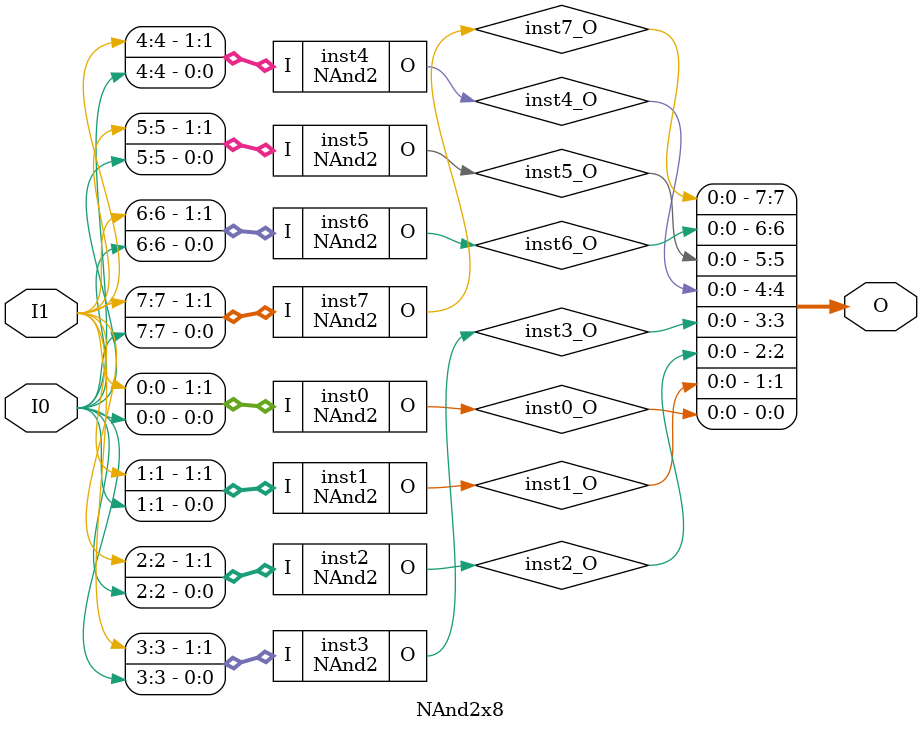
<source format=v>
module NAnd2 (input [1:0] I, output  O);
wire  inst0_O;
SB_LUT4 #(.LUT_INIT(16'h7777)) inst0 (.I0(I[0]), .I1(I[1]), .I2(1'b0), .I3(1'b0), .O(inst0_O));
assign O = inst0_O;
endmodule

module NAnd2x8 (input [7:0] I0, input [7:0] I1, output [7:0] O);
wire  inst0_O;
wire  inst1_O;
wire  inst2_O;
wire  inst3_O;
wire  inst4_O;
wire  inst5_O;
wire  inst6_O;
wire  inst7_O;
NAnd2 inst0 (.I({I1[0],I0[0]}), .O(inst0_O));
NAnd2 inst1 (.I({I1[1],I0[1]}), .O(inst1_O));
NAnd2 inst2 (.I({I1[2],I0[2]}), .O(inst2_O));
NAnd2 inst3 (.I({I1[3],I0[3]}), .O(inst3_O));
NAnd2 inst4 (.I({I1[4],I0[4]}), .O(inst4_O));
NAnd2 inst5 (.I({I1[5],I0[5]}), .O(inst5_O));
NAnd2 inst6 (.I({I1[6],I0[6]}), .O(inst6_O));
NAnd2 inst7 (.I({I1[7],I0[7]}), .O(inst7_O));
assign O = {inst7_O,inst6_O,inst5_O,inst4_O,inst3_O,inst2_O,inst1_O,inst0_O};
endmodule


</source>
